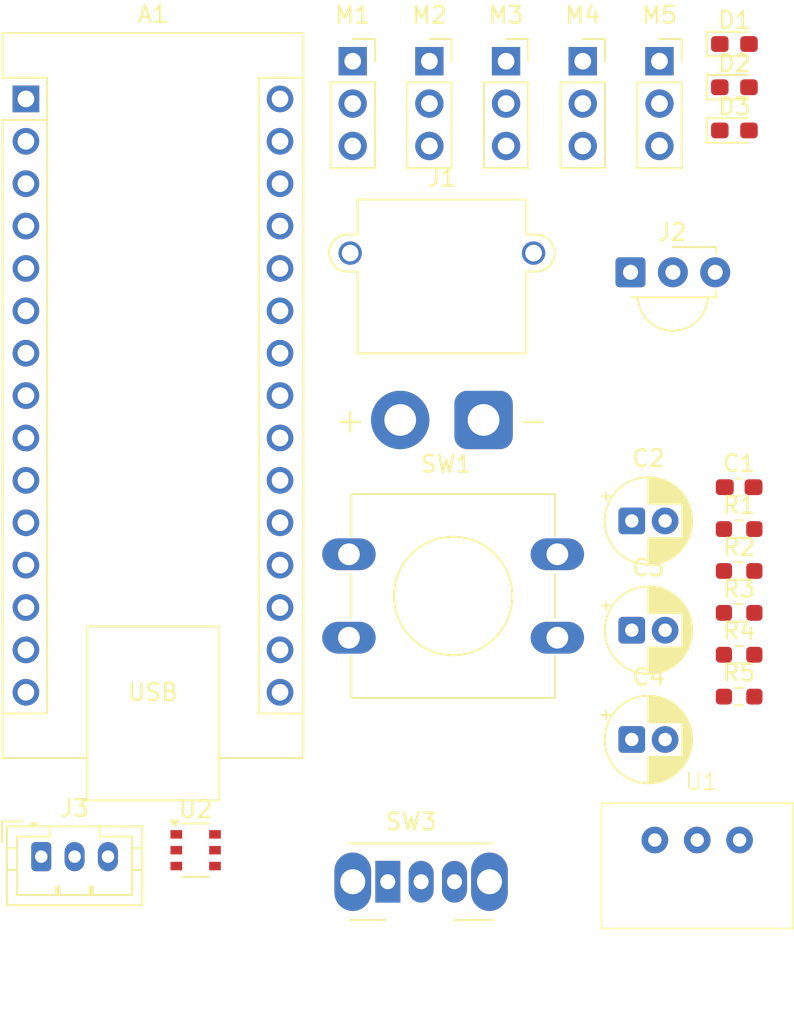
<source format=kicad_pcb>
(kicad_pcb (version 20241229) (generator "pcbnew") (generator_version "9.0")
  (layers (0 "F.Cu" signal) (2 "B.Cu" signal) (13 "F.Paste" user) (15 "B.Paste" user) (5 "F.SilkS" user "F.Silkscreen") (7 "B.SilkS" user "B.Silkscreen") (1 "F.Mask" user) (3 "B.Mask" user) (25 "Edge.Cuts" user))
  (net 0 "")
  (net 4 "/PWM0")
  (net 10 "+BATT")
  (net 12 "/PWM4")
  (net 18 "GND")
  (net 19 "/NEOPIXEL_SIGNAL")
  (net 20 "/PWM3")
  (net 21 "/RESET")
  (net 26 "+5VD")
  (net 27 "/IR_SIGNAL")
  (net 28 "/PWM2")
  (net 29 "/PWM1")
  (net 30 "+5V")
  (net 31 "Net-(D1-A)")
  (net 32 "Net-(D2-A)")
  (net 33 "Net-(D3-A)")
  (net 34 "Net-(J1-Pin_1)")
  (net 35 "Net-(SW3-B)")
  (net 37 "Net-(J2-Pin_3)")
  (footprint "LED_SMD:LED_0603_1608Metric_Pad1.05x0.95mm_HandSolder" (layer "F.Cu") (at 170.19 61.295)
    (property "Reference" "D1" (at 0 -1.43 0) (layer "F.SilkS"))
    (property "Value" "LED")
    (pad "1" smd roundrect (at -0.875 0) (size 1.05 0.95) (layers "F.Cu" "F.Mask" "F.Paste") (net 18 "GND"))
    (pad "2" smd roundrect (at 0.875 0) (size 1.05 0.95) (layers "F.Cu" "F.Mask" "F.Paste") (net 31 "Net-(D1-A)"))
  )
  (footprint "Connector_JST:JST_PH_B3B-PH-K_1x03_P2.00mm_Vertical" (layer "F.Cu") (at 128.615 109.995)
    (property "Reference" "J3" (at 2 -2.9 0) (layer "F.SilkS"))
    (property "Value" "NeoPixel")
    (pad "1" thru_hole roundrect (at 0 0) (size 1.2 1.75) (drill 0.75) (layers "*.Cu" "*.Mask") (roundrect_rratio 0.208333) (net 10 "+BATT"))
    (pad "2" thru_hole oval (at 2 0) (size 1.2 1.75) (drill 0.75) (layers "*.Cu" "*.Mask") (net 19 "/NEOPIXEL_SIGNAL"))
    (pad "3" thru_hole oval (at 4 0) (size 1.2 1.75) (drill 0.75) (layers "*.Cu" "*.Mask") (net 18 "GND"))
  )
  (footprint "Connector_PinSocket_2.54mm:PinSocket_1x03_P2.54mm_Vertical" (layer "F.Cu") (at 161.095 62.325)
    (property "Reference" "M4" (at 0 -2.77 0) (layer "F.SilkS"))
    (property "Value" "Motor_Servo_JR")
    (pad "1" thru_hole rect (at 0 0) (size 1.7 1.7) (drill 1) (layers "*.Cu" "*.Mask") (net 20 "/PWM3"))
    (pad "2" thru_hole circle (at 0 2.54) (size 1.7 1.7) (drill 1) (layers "*.Cu" "*.Mask") (net 30 "+5V"))
    (pad "3" thru_hole circle (at 0 5.08) (size 1.7 1.7) (drill 1) (layers "*.Cu" "*.Mask") (net 18 "GND"))
  )
  (footprint "Module:Arduino_Nano" (layer "F.Cu") (at 127.695 64.585)
    (property "Reference" "A1" (at 7.62 -5.08 0) (layer "F.SilkS"))
    (property "Value" "Arduino_Nano_v2.x")
    (fp_text user "USB" (at 7.62 35.56 0) (layer "F.SilkS"))
    (pad "1" thru_hole rect (at 0 0) (size 1.6 1.6) (drill 1) (layers "*.Cu" "*.Mask"))
    (pad "2" thru_hole oval (at 0 2.54) (size 1.6 1.6) (drill 1) (layers "*.Cu" "*.Mask"))
    (pad "3" thru_hole oval (at 0 5.08) (size 1.6 1.6) (drill 1) (layers "*.Cu" "*.Mask"))
    (pad "4" thru_hole oval (at 0 7.62) (size 1.6 1.6) (drill 1) (layers "*.Cu" "*.Mask") (net 18 "GND"))
    (pad "5" thru_hole oval (at 0 10.16) (size 1.6 1.6) (drill 1) (layers "*.Cu" "*.Mask") (net 27 "/IR_SIGNAL"))
    (pad "6" thru_hole oval (at 0 12.7) (size 1.6 1.6) (drill 1) (layers "*.Cu" "*.Mask") (net 4 "/PWM0"))
    (pad "7" thru_hole oval (at 0 15.24) (size 1.6 1.6) (drill 1) (layers "*.Cu" "*.Mask"))
    (pad "8" thru_hole oval (at 0 17.78) (size 1.6 1.6) (drill 1) (layers "*.Cu" "*.Mask") (net 29 "/PWM1"))
    (pad "9" thru_hole oval (at 0 20.32) (size 1.6 1.6) (drill 1) (layers "*.Cu" "*.Mask") (net 19 "/NEOPIXEL_SIGNAL"))
    (pad "10" thru_hole oval (at 0 22.86) (size 1.6 1.6) (drill 1) (layers "*.Cu" "*.Mask"))
    (pad "11" thru_hole oval (at 0 25.4) (size 1.6 1.6) (drill 1) (layers "*.Cu" "*.Mask"))
    (pad "12" thru_hole oval (at 0 27.94) (size 1.6 1.6) (drill 1) (layers "*.Cu" "*.Mask") (net 28 "/PWM2"))
    (pad "13" thru_hole oval (at 0 30.48) (size 1.6 1.6) (drill 1) (layers "*.Cu" "*.Mask") (net 20 "/PWM3"))
    (pad "14" thru_hole oval (at 0 33.02) (size 1.6 1.6) (drill 1) (layers "*.Cu" "*.Mask") (net 12 "/PWM4"))
    (pad "15" thru_hole oval (at 0 35.56) (size 1.6 1.6) (drill 1) (layers "*.Cu" "*.Mask"))
    (pad "16" thru_hole oval (at 15.24 35.56) (size 1.6 1.6) (drill 1) (layers "*.Cu" "*.Mask"))
    (pad "17" thru_hole oval (at 15.24 33.02) (size 1.6 1.6) (drill 1) (layers "*.Cu" "*.Mask"))
    (pad "18" thru_hole oval (at 15.24 30.48) (size 1.6 1.6) (drill 1) (layers "*.Cu" "*.Mask"))
    (pad "19" thru_hole oval (at 15.24 27.94) (size 1.6 1.6) (drill 1) (layers "*.Cu" "*.Mask"))
    (pad "20" thru_hole oval (at 15.24 25.4) (size 1.6 1.6) (drill 1) (layers "*.Cu" "*.Mask"))
    (pad "21" thru_hole oval (at 15.24 22.86) (size 1.6 1.6) (drill 1) (layers "*.Cu" "*.Mask"))
    (pad "22" thru_hole oval (at 15.24 20.32) (size 1.6 1.6) (drill 1) (layers "*.Cu" "*.Mask"))
    (pad "23" thru_hole oval (at 15.24 17.78) (size 1.6 1.6) (drill 1) (layers "*.Cu" "*.Mask"))
    (pad "24" thru_hole oval (at 15.24 15.24) (size 1.6 1.6) (drill 1) (layers "*.Cu" "*.Mask"))
    (pad "25" thru_hole oval (at 15.24 12.7) (size 1.6 1.6) (drill 1) (layers "*.Cu" "*.Mask"))
    (pad "26" thru_hole oval (at 15.24 10.16) (size 1.6 1.6) (drill 1) (layers "*.Cu" "*.Mask"))
    (pad "27" thru_hole oval (at 15.24 7.62) (size 1.6 1.6) (drill 1) (layers "*.Cu" "*.Mask") (net 26 "+5VD"))
    (pad "28" thru_hole oval (at 15.24 5.08) (size 1.6 1.6) (drill 1) (layers "*.Cu" "*.Mask") (net 21 "/RESET"))
    (pad "29" thru_hole oval (at 15.24 2.54) (size 1.6 1.6) (drill 1) (layers "*.Cu" "*.Mask") (net 18 "GND"))
    (pad "30" thru_hole oval (at 15.24 0) (size 1.6 1.6) (drill 1) (layers "*.Cu" "*.Mask") (net 10 "+BATT"))
  )
  (footprint "Capacitor_THT:CP_Radial_D5.0mm_P2.00mm" (layer "F.Cu") (at 164.034775 96.425)
    (property "Reference" "C3" (at 1 -3.75 0) (layer "F.SilkS"))
    (property "Value" "47u")
    (pad "1" thru_hole roundrect (at 0 0) (size 1.6 1.6) (drill 0.8) (layers "*.Cu" "*.Mask") (roundrect_rratio 0.15625) (net 10 "+BATT"))
    (pad "2" thru_hole circle (at 2 0) (size 1.6 1.6) (drill 0.8) (layers "*.Cu" "*.Mask") (net 18 "GND"))
  )
  (footprint "Converter_DCDC:Converter_DCDC_M78AR05-1" (layer "F.Cu") (at 165.42 109)
    (property "Reference" "U1" (at 2.8 -3.5 0) (layer "F.SilkS") (effects (font (thickness 0.1))))
    (property "Value" "~")
    (pad "1" thru_hole circle (at 0 0) (size 1.6 1.6) (drill 0.8) (layers "*.Cu" "*.Mask") (net 10 "+BATT"))
    (pad "2" thru_hole circle (at 2.54 0) (size 1.6 1.6) (drill 0.8) (layers "*.Cu" "*.Mask") (net 18 "GND"))
    (pad "3" thru_hole circle (at 5.08 0) (size 1.6 1.6) (drill 0.8) (layers "*.Cu" "*.Mask") (net 30 "+5V"))
  )
  (footprint "Resistor_SMD:R_0603_1608Metric_Pad0.98x0.95mm_HandSolder" (layer "F.Cu") (at 170.475 100.405)
    (property "Reference" "R5" (at 0 -1.43 0) (layer "F.SilkS"))
    (property "Value" "R_Small")
    (pad "1" smd roundrect (at -0.9125 0) (size 0.975 0.95) (layers "F.Cu" "F.Mask" "F.Paste") (net 34 "Net-(J1-Pin_1)"))
    (pad "2" smd roundrect (at 0.9125 0) (size 0.975 0.95) (layers "F.Cu" "F.Mask" "F.Paste") (net 35 "Net-(SW3-B)"))
  )
  (footprint "Button_Switch_THT:SW_Slide_SPDT_Angled_CK_OS102011MA1Q" (layer "F.Cu") (at 149.4 111.5)
    (property "Reference" "SW3" (at 1.4 -3.6 0) (layer "F.SilkS"))
    (property "Value" "SW_SPDT")
    (pad "" thru_hole oval (at -2.1 0) (size 2.2 3.5) (drill 1.5) (layers "*.Cu" "*.Mask"))
    (pad "" thru_hole oval (at 6.1 0) (size 2.2 3.5) (drill 1.5) (layers "*.Cu" "*.Mask"))
    (pad "1" thru_hole rect (at 0 0) (size 1.5 2.5) (drill 0.9) (layers "*.Cu" "*.Mask"))
    (pad "2" thru_hole oval (at 2 0) (size 1.5 2.5) (drill 0.9) (layers "*.Cu" "*.Mask") (net 35 "Net-(SW3-B)"))
    (pad "3" thru_hole oval (at 4 0) (size 1.5 2.5) (drill 0.9) (layers "*.Cu" "*.Mask") (net 18 "GND"))
  )
  (footprint "Resistor_SMD:R_0603_1608Metric_Pad0.98x0.95mm_HandSolder" (layer "F.Cu") (at 170.475 97.895)
    (property "Reference" "R4" (at 0 -1.43 0) (layer "F.SilkS"))
    (property "Value" "R_Small")
    (pad "1" smd roundrect (at -0.9125 0) (size 0.975 0.95) (layers "F.Cu" "F.Mask" "F.Paste") (net 26 "+5VD"))
    (pad "2" smd roundrect (at 0.9125 0) (size 0.975 0.95) (layers "F.Cu" "F.Mask" "F.Paste") (net 33 "Net-(D3-A)"))
  )
  (footprint "Package_SO:TSOP-6_1.65x3.05mm_P0.95mm" (layer "F.Cu") (at 137.875 109.61)
    (property "Reference" "U2" (at 0 -2.45 0) (layer "F.SilkS"))
    (property "Value" "~")
    (pad "1" smd rect (at -1.16 -0.95) (size 0.7 0.51) (layers "F.Cu" "F.Mask" "F.Paste") (net 10 "+BATT"))
    (pad "2" smd rect (at -1.16 0) (size 0.7 0.51) (layers "F.Cu" "F.Mask" "F.Paste") (net 10 "+BATT"))
    (pad "3" smd rect (at -1.16 0.95) (size 0.7 0.51) (layers "F.Cu" "F.Mask" "F.Paste") (net 35 "Net-(SW3-B)"))
    (pad "4" smd rect (at 1.16 0.95) (size 0.7 0.51) (layers "F.Cu" "F.Mask" "F.Paste") (net 34 "Net-(J1-Pin_1)"))
    (pad "5" smd rect (at 1.16 0) (size 0.7 0.51) (layers "F.Cu" "F.Mask" "F.Paste") (net 10 "+BATT"))
    (pad "6" smd rect (at 1.16 -0.95) (size 0.7 0.51) (layers "F.Cu" "F.Mask" "F.Paste") (net 10 "+BATT"))
  )
  (footprint "LED_SMD:LED_0603_1608Metric_Pad1.05x0.95mm_HandSolder" (layer "F.Cu") (at 170.19 66.475)
    (property "Reference" "D3" (at 0 -1.43 0) (layer "F.SilkS"))
    (property "Value" "LED")
    (pad "1" smd roundrect (at -0.875 0) (size 1.05 0.95) (layers "F.Cu" "F.Mask" "F.Paste") (net 18 "GND"))
    (pad "2" smd roundrect (at 0.875 0) (size 1.05 0.95) (layers "F.Cu" "F.Mask" "F.Paste") (net 33 "Net-(D3-A)"))
  )
  (footprint "Resistor_SMD:R_0603_1608Metric_Pad0.98x0.95mm_HandSolder" (layer "F.Cu") (at 170.475 90.365)
    (property "Reference" "R1" (at 0 -1.43 0) (layer "F.SilkS"))
    (property "Value" "47")
    (pad "1" smd roundrect (at -0.9125 0) (size 0.975 0.95) (layers "F.Cu" "F.Mask" "F.Paste") (net 26 "+5VD"))
    (pad "2" smd roundrect (at 0.9125 0) (size 0.975 0.95) (layers "F.Cu" "F.Mask" "F.Paste") (net 37 "Net-(J2-Pin_3)"))
  )
  (footprint "Connector_PinSocket_2.54mm:PinSocket_1x03_P2.54mm_Vertical" (layer "F.Cu") (at 151.895 62.325)
    (property "Reference" "M2" (at 0 -2.77 0) (layer "F.SilkS"))
    (property "Value" "Motor_Servo_JR")
    (pad "1" thru_hole rect (at 0 0) (size 1.7 1.7) (drill 1) (layers "*.Cu" "*.Mask") (net 29 "/PWM1"))
    (pad "2" thru_hole circle (at 0 2.54) (size 1.7 1.7) (drill 1) (layers "*.Cu" "*.Mask") (net 30 "+5V"))
    (pad "3" thru_hole circle (at 0 5.08) (size 1.7 1.7) (drill 1) (layers "*.Cu" "*.Mask") (net 18 "GND"))
  )
  (footprint "Button_Switch_THT:SW_PUSH-12mm" (layer "F.Cu") (at 147.07 91.875)
    (property "Reference" "SW1" (at 5.83 -5.41 0) (layer "F.SilkS"))
    (property "Value" "SW_Push")
    (pad "1" thru_hole oval (at 0 0) (size 3.2 1.9) (drill 1.3) (layers "*.Cu" "*.Mask") (net 18 "GND"))
    (pad "1" thru_hole oval (at 12.5 0) (size 3.2 1.9) (drill 1.3) (layers "*.Cu" "*.Mask") (net 18 "GND"))
    (pad "2" thru_hole oval (at 0 5) (size 3.2 1.9) (drill 1.3) (layers "*.Cu" "*.Mask") (net 21 "/RESET"))
    (pad "2" thru_hole oval (at 12.5 5) (size 3.2 1.9) (drill 1.3) (layers "*.Cu" "*.Mask") (net 21 "/RESET"))
  )
  (footprint "Connector_PinSocket_2.54mm:PinSocket_1x03_P2.54mm_Vertical" (layer "F.Cu") (at 147.295 62.325)
    (property "Reference" "M1" (at 0 -2.77 0) (layer "F.SilkS"))
    (property "Value" "Motor_Servo_JR")
    (pad "1" thru_hole rect (at 0 0) (size 1.7 1.7) (drill 1) (layers "*.Cu" "*.Mask") (net 4 "/PWM0"))
    (pad "2" thru_hole circle (at 0 2.54) (size 1.7 1.7) (drill 1) (layers "*.Cu" "*.Mask") (net 30 "+5V"))
    (pad "3" thru_hole circle (at 0 5.08) (size 1.7 1.7) (drill 1) (layers "*.Cu" "*.Mask") (net 18 "GND"))
  )
  (footprint "Connector_PinSocket_2.54mm:PinSocket_1x03_P2.54mm_Vertical" (layer "F.Cu") (at 156.495 62.325)
    (property "Reference" "M3" (at 0 -2.77 0) (layer "F.SilkS"))
    (property "Value" "Motor_Servo_JR")
    (pad "1" thru_hole rect (at 0 0) (size 1.7 1.7) (drill 1) (layers "*.Cu" "*.Mask") (net 28 "/PWM2"))
    (pad "2" thru_hole circle (at 0 2.54) (size 1.7 1.7) (drill 1) (layers "*.Cu" "*.Mask") (net 30 "+5V"))
    (pad "3" thru_hole circle (at 0 5.08) (size 1.7 1.7) (drill 1) (layers "*.Cu" "*.Mask") (net 18 "GND"))
  )
  (footprint "Capacitor_THT:CP_Radial_D5.0mm_P2.00mm" (layer "F.Cu") (at 164.034775 89.875)
    (property "Reference" "C2" (at 1 -3.75 0) (layer "F.SilkS"))
    (property "Value" "47u")
    (pad "1" thru_hole roundrect (at 0 0) (size 1.6 1.6) (drill 0.8) (layers "*.Cu" "*.Mask") (roundrect_rratio 0.15625) (net 26 "+5VD"))
    (pad "2" thru_hole circle (at 2 0) (size 1.6 1.6) (drill 0.8) (layers "*.Cu" "*.Mask") (net 18 "GND"))
  )
  (footprint "LED_SMD:LED_0603_1608Metric_Pad1.05x0.95mm_HandSolder" (layer "F.Cu") (at 170.19 63.885)
    (property "Reference" "D2" (at 0 -1.43 0) (layer "F.SilkS"))
    (property "Value" "LED")
    (pad "1" smd roundrect (at -0.875 0) (size 1.05 0.95) (layers "F.Cu" "F.Mask" "F.Paste") (net 18 "GND"))
    (pad "2" smd roundrect (at 0.875 0) (size 1.05 0.95) (layers "F.Cu" "F.Mask" "F.Paste") (net 32 "Net-(D2-A)"))
  )
  (footprint "Connector_PinSocket_2.54mm:PinSocket_1x03_P2.54mm_Vertical" (layer "F.Cu") (at 165.695 62.325)
    (property "Reference" "M5" (at 0 -2.77 0) (layer "F.SilkS"))
    (property "Value" "Motor_Servo_JR")
    (pad "1" thru_hole rect (at 0 0) (size 1.7 1.7) (drill 1) (layers "*.Cu" "*.Mask") (net 12 "/PWM4"))
    (pad "2" thru_hole circle (at 0 2.54) (size 1.7 1.7) (drill 1) (layers "*.Cu" "*.Mask") (net 30 "+5V"))
    (pad "3" thru_hole circle (at 0 5.08) (size 1.7 1.7) (drill 1) (layers "*.Cu" "*.Mask") (net 18 "GND"))
  )
  (footprint "Capacitor_THT:CP_Radial_D5.0mm_P2.00mm" (layer "F.Cu") (at 164.034775 102.975)
    (property "Reference" "C4" (at 1 -3.75 0) (layer "F.SilkS"))
    (property "Value" "47u")
    (pad "1" thru_hole roundrect (at 0 0) (size 1.6 1.6) (drill 0.8) (layers "*.Cu" "*.Mask") (roundrect_rratio 0.15625) (net 10 "+BATT"))
    (pad "2" thru_hole circle (at 2 0) (size 1.6 1.6) (drill 0.8) (layers "*.Cu" "*.Mask") (net 18 "GND"))
  )
  (footprint "OptoDevice:Vishay_MINICAST-3Pin" (layer "F.Cu") (at 163.96 74.975)
    (property "Reference" "J2" (at 2.5 -2.4 180) (layer "F.SilkS"))
    (property "Value" "GP1UXC41QS")
    (pad "1" thru_hole roundrect (at 0 0) (size 1.8 1.8) (drill 0.9) (layers "*.Cu" "*.Mask") (roundrect_rratio 0.139) (net 27 "/IR_SIGNAL"))
    (pad "2" thru_hole circle (at 2.54 0) (size 1.8 1.8) (drill 0.9) (layers "*.Cu" "*.Mask") (net 18 "GND"))
    (pad "3" thru_hole circle (at 5.08 0) (size 1.8 1.8) (drill 0.9) (layers "*.Cu" "*.Mask") (net 37 "Net-(J2-Pin_3)"))
  )
  (footprint "Capacitor_SMD:C_0603_1608Metric_Pad1.08x0.95mm_HandSolder" (layer "F.Cu") (at 170.475 87.855)
    (property "Reference" "C1" (at 0 -1.43 0) (layer "F.SilkS"))
    (property "Value" "3.3u")
    (pad "1" smd roundrect (at -0.8625 0) (size 1.075 0.95) (layers "F.Cu" "F.Mask" "F.Paste") (net 30 "+5V"))
    (pad "2" smd roundrect (at 0.8625 0) (size 1.075 0.95) (layers "F.Cu" "F.Mask" "F.Paste") (net 18 "GND"))
  )
  (footprint "Connector_AMASS:AMASS_XT30PW-M_1x02_P2.50mm_Horizontal" (layer "F.Cu") (at 155.145 83.825)
    (property "Reference" "J1" (at -2.5 -14.5 0) (layer "F.SilkS"))
    (property "Value" "XT30")
    (fp_text user "+" (at -8 0 0) (layer "F.SilkS") (effects (font (size 1.5 1.5))))
    (fp_text user "-" (at 3 0 0) (layer "F.SilkS") (effects (font (size 1.5 1.5))))
    (pad "" thru_hole circle (at -8 -10) (size 1.4 1.4) (drill 1) (layers "*.Cu" "*.Mask"))
    (pad "" thru_hole circle (at 3 -10) (size 1.4 1.4) (drill 1) (layers "*.Cu" "*.Mask"))
    (pad "1" thru_hole roundrect (at 0 0) (size 3.5 3.5) (drill 1.9) (layers "*.Cu" "*.Mask") (roundrect_rratio 0.22) (net 34 "Net-(J1-Pin_1)"))
    (pad "2" thru_hole circle (at -5 0) (size 3.5 3.5) (drill 1.9) (layers "*.Cu" "*.Mask") (net 18 "GND"))
  )
  (footprint "Resistor_SMD:R_0603_1608Metric_Pad0.98x0.95mm_HandSolder" (layer "F.Cu") (at 170.475 92.875)
    (property "Reference" "R2" (at 0 -1.43 0) (layer "F.SilkS"))
    (property "Value" "R_Small")
    (pad "1" smd roundrect (at -0.9125 0) (size 0.975 0.95) (layers "F.Cu" "F.Mask" "F.Paste") (net 10 "+BATT"))
    (pad "2" smd roundrect (at 0.9125 0) (size 0.975 0.95) (layers "F.Cu" "F.Mask" "F.Paste") (net 31 "Net-(D1-A)"))
  )
  (footprint "Resistor_SMD:R_0603_1608Metric_Pad0.98x0.95mm_HandSolder" (layer "F.Cu") (at 170.475 95.385)
    (property "Reference" "R3" (at 0 -1.43 0) (layer "F.SilkS"))
    (property "Value" "R_Small")
    (pad "1" smd roundrect (at -0.9125 0) (size 0.975 0.95) (layers "F.Cu" "F.Mask" "F.Paste") (net 30 "+5V"))
    (pad "2" smd roundrect (at 0.9125 0) (size 0.975 0.95) (layers "F.Cu" "F.Mask" "F.Paste") (net 32 "Net-(D2-A)"))
  )
)
</source>
